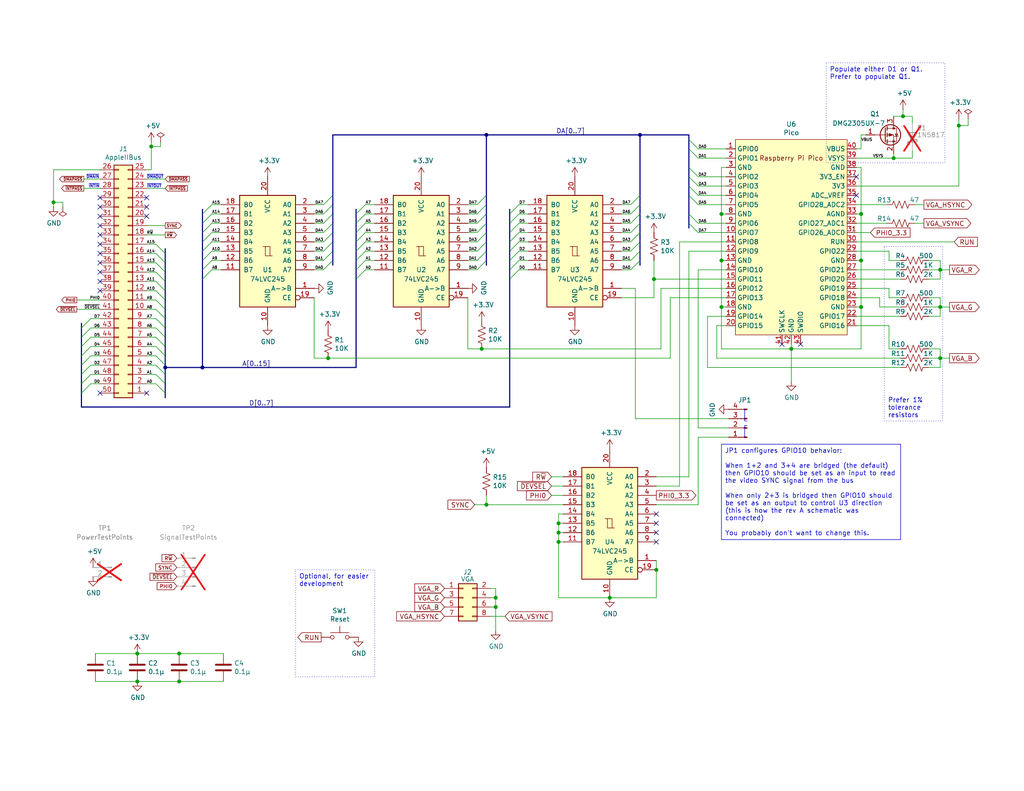
<source format=kicad_sch>
(kicad_sch (version 20231120) (generator "eeschema") (generator_version "8.0")
  (paper "USLetter")
  (title_block (title "Apple II VGA Card") (date "2023-09-09") (rev "B") (comment 1 "Licensed under CERN-OHL-P V2.0 (https://ohwr.org/cern_ohl_p_v2.txt)") (comment 2 "Copyright (c) 2021-2023 Mark Aikens"))
  (junction (at 179.07 155.575))
  (junction (at 48.895 178.435))
  (junction (at 132.715 36.83))
  (junction (at 48.895 186.055))
  (junction (at 135.255 165.735))
  (junction (at 55.245 100.33))
  (junction (at 14.605 55.245))
  (junction (at 166.37 163.195))
  (junction (at 41.275 40.005))
  (junction (at 243.84 43.18))
  (junction (at 196.85 58.42))
  (junction (at 45.085 100.33))
  (junction (at 152.4 142.875))
  (junction (at 256.54 83.82))
  (junction (at 196.85 83.82))
  (junction (at 132.715 137.795))
  (junction (at 152.4 147.955))
  (junction (at 196.85 71.12))
  (junction (at 261.62 34.29))
  (junction (at 246.38 31.75))
  (junction (at 234.95 71.12))
  (junction (at 178.435 76.2))
  (junction (at 234.95 58.42))
  (junction (at 89.535 97.79))
  (junction (at 215.9 95.25))
  (junction (at 174.625 36.83))
  (junction (at 37.465 178.435))
  (junction (at 131.445 95.25))
  (junction (at 256.54 73.66))
  (junction (at 234.95 83.82))
  (junction (at 135.255 163.195))
  (junction (at 37.465 186.055))
  (junction (at 152.4 145.415))
  (junction (at 256.54 97.79))
  (no_connect (at 27.305 59.055))
  (no_connect (at 27.305 69.215))
  (no_connect (at 233.68 48.26))
  (no_connect (at 218.44 93.98))
  (no_connect (at 233.68 53.34))
  (no_connect (at 27.305 71.755))
  (no_connect (at 27.305 61.595))
  (no_connect (at 40.005 107.315))
  (no_connect (at 27.305 79.375))
  (no_connect (at 213.36 93.98))
  (no_connect (at 40.005 59.055))
  (no_connect (at 40.005 56.515))
  (no_connect (at 179.07 147.955))
  (no_connect (at 40.005 53.975))
  (no_connect (at 27.305 76.835))
  (no_connect (at 179.07 140.335))
  (no_connect (at 27.305 56.515))
  (no_connect (at 179.07 145.415))
  (no_connect (at 27.305 107.315))
  (no_connect (at 27.305 64.135))
  (no_connect (at 179.07 142.875))
  (no_connect (at 27.305 74.295))
  (no_connect (at 27.305 53.975))
  (no_connect (at 27.305 66.675))
  (bus_entry (at 190.5 63.5) (size -2.54 -2.54))
  (bus_entry (at 139.065 63.5) (size 2.54 -2.54))
  (bus_entry (at 55.245 68.58) (size 2.54 -2.54))
  (bus_entry (at 97.155 66.04) (size 2.54 -2.54))
  (bus_entry (at 97.155 68.58) (size 2.54 -2.54))
  (bus_entry (at 22.225 94.615) (size 2.54 -2.54))
  (bus_entry (at 42.545 102.235) (size 2.54 2.54))
  (bus_entry (at 22.225 102.235) (size 2.54 -2.54))
  (bus_entry (at 190.5 48.26) (size -2.54 -2.54))
  (bus_entry (at 139.065 71.12) (size 2.54 -2.54))
  (bus_entry (at 88.265 55.88) (size 2.54 -2.54))
  (bus_entry (at 130.175 55.88) (size 2.54 -2.54))
  (bus_entry (at 55.245 63.5) (size 2.54 -2.54))
  (bus_entry (at 130.175 63.5) (size 2.54 -2.54))
  (bus_entry (at 42.545 74.295) (size 2.54 2.54))
  (bus_entry (at 97.155 58.42) (size 2.54 -2.54))
  (bus_entry (at 42.545 104.775) (size 2.54 2.54))
  (bus_entry (at 190.5 40.64) (size -2.54 -2.54))
  (bus_entry (at 42.545 81.915) (size 2.54 2.54))
  (bus_entry (at 190.5 55.88) (size -2.54 -2.54))
  (bus_entry (at 42.545 84.455) (size 2.54 2.54))
  (bus_entry (at 139.065 66.04) (size 2.54 -2.54))
  (bus_entry (at 130.175 68.58) (size 2.54 -2.54))
  (bus_entry (at 22.225 107.315) (size 2.54 -2.54))
  (bus_entry (at 97.155 73.66) (size 2.54 -2.54))
  (bus_entry (at 190.5 43.18) (size -2.54 -2.54))
  (bus_entry (at 130.175 71.12) (size 2.54 -2.54))
  (bus_entry (at 55.245 71.12) (size 2.54 -2.54))
  (bus_entry (at 88.265 63.5) (size 2.54 -2.54))
  (bus_entry (at 97.155 71.12) (size 2.54 -2.54))
  (bus_entry (at 172.085 58.42) (size 2.54 -2.54))
  (bus_entry (at 172.085 68.58) (size 2.54 -2.54))
  (bus_entry (at 22.225 92.075) (size 2.54 -2.54))
  (bus_entry (at 139.065 76.2) (size 2.54 -2.54))
  (bus_entry (at 42.545 71.755) (size 2.54 2.54))
  (bus_entry (at 97.155 63.5) (size 2.54 -2.54))
  (bus_entry (at 172.085 66.04) (size 2.54 -2.54))
  (bus_entry (at 88.265 60.96) (size 2.54 -2.54))
  (bus_entry (at 190.5 50.8) (size -2.54 -2.54))
  (bus_entry (at 42.545 69.215) (size 2.54 2.54))
  (bus_entry (at 42.545 89.535) (size 2.54 2.54))
  (bus_entry (at 172.085 60.96) (size 2.54 -2.54))
  (bus_entry (at 42.545 97.155) (size 2.54 2.54))
  (bus_entry (at 130.175 73.66) (size 2.54 -2.54))
  (bus_entry (at 42.545 66.675) (size 2.54 2.54))
  (bus_entry (at 42.545 76.835) (size 2.54 2.54))
  (bus_entry (at 42.545 99.695) (size 2.54 2.54))
  (bus_entry (at 130.175 60.96) (size 2.54 -2.54))
  (bus_entry (at 139.065 68.58) (size 2.54 -2.54))
  (bus_entry (at 139.065 58.42) (size 2.54 -2.54))
  (bus_entry (at 22.225 99.695) (size 2.54 -2.54))
  (bus_entry (at 42.545 79.375) (size 2.54 2.54))
  (bus_entry (at 88.265 68.58) (size 2.54 -2.54))
  (bus_entry (at 139.065 60.96) (size 2.54 -2.54))
  (bus_entry (at 88.265 58.42) (size 2.54 -2.54))
  (bus_entry (at 42.545 86.995) (size 2.54 2.54))
  (bus_entry (at 55.245 73.66) (size 2.54 -2.54))
  (bus_entry (at 172.085 71.12) (size 2.54 -2.54))
  (bus_entry (at 97.155 60.96) (size 2.54 -2.54))
  (bus_entry (at 88.265 71.12) (size 2.54 -2.54))
  (bus_entry (at 190.5 60.96) (size -2.54 -2.54))
  (bus_entry (at 190.5 53.34) (size -2.54 -2.54))
  (bus_entry (at 42.545 92.075) (size 2.54 2.54))
  (bus_entry (at 88.265 66.04) (size 2.54 -2.54))
  (bus_entry (at 55.245 66.04) (size 2.54 -2.54))
  (bus_entry (at 22.225 104.775) (size 2.54 -2.54))
  (bus_entry (at 172.085 55.88) (size 2.54 -2.54))
  (bus_entry (at 97.155 76.2) (size 2.54 -2.54))
  (bus_entry (at 88.265 73.66) (size 2.54 -2.54))
  (bus_entry (at 172.085 73.66) (size 2.54 -2.54))
  (bus_entry (at 130.175 58.42) (size 2.54 -2.54))
  (bus_entry (at 139.065 73.66) (size 2.54 -2.54))
  (bus_entry (at 130.175 66.04) (size 2.54 -2.54))
  (bus_entry (at 172.085 63.5) (size 2.54 -2.54))
  (bus_entry (at 55.245 76.2) (size 2.54 -2.54))
  (bus_entry (at 55.245 60.96) (size 2.54 -2.54))
  (bus_entry (at 55.245 58.42) (size 2.54 -2.54))
  (bus_entry (at 22.225 89.535) (size 2.54 -2.54))
  (bus_entry (at 42.545 94.615) (size 2.54 2.54))
  (bus_entry (at 22.225 97.155) (size 2.54 -2.54))
  (bus (pts (xy 45.085 94.615) (xy 45.085 97.155)))
  (wire (pts (xy 42.545 66.675) (xy 40.005 66.675)))
  (wire (pts (xy 234.95 83.82) (xy 234.95 71.12)))
  (wire (pts (xy 42.545 81.915) (xy 40.005 81.915)))
  (bus (pts (xy 187.96 36.83) (xy 187.96 38.1)))
  (wire (pts (xy 253.365 81.28) (xy 256.54 81.28)))
  (bus (pts (xy 97.155 63.5) (xy 97.155 66.04)))
  (wire (pts (xy 152.4 140.335) (xy 152.4 142.875)))
  (wire (pts (xy 26.035 178.435) (xy 37.465 178.435)))
  (wire (pts (xy 57.785 68.58) (xy 60.325 68.58)))
  (wire (pts (xy 152.4 140.335) (xy 153.67 140.335)))
  (bus (pts (xy 139.065 66.04) (xy 139.065 68.58)))
  (wire (pts (xy 24.765 104.775) (xy 27.305 104.775)))
  (wire (pts (xy 256.54 81.28) (xy 256.54 83.82)))
  (bus (pts (xy 90.805 36.83) (xy 132.715 36.83)))
  (wire (pts (xy 42.545 92.075) (xy 40.005 92.075)))
  (wire (pts (xy 233.68 73.66) (xy 245.745 73.66)))
  (wire (pts (xy 152.4 142.875) (xy 152.4 145.415)))
  (wire (pts (xy 256.54 83.82) (xy 253.365 83.82)))
  (wire (pts (xy 14.605 46.355) (xy 14.605 55.245)))
  (wire (pts (xy 259.08 73.66) (xy 256.54 73.66)))
  (bus (pts (xy 187.96 58.42) (xy 187.96 60.96)))
  (bus (pts (xy 139.065 76.2) (xy 139.065 111.125)))
  (bus (pts (xy 132.715 63.5) (xy 132.715 66.04)))
  (wire (pts (xy 234.95 71.12) (xy 233.68 71.12)))
  (wire (pts (xy 234.95 40.64) (xy 233.68 40.64)))
  (wire (pts (xy 144.145 71.12) (xy 141.605 71.12)))
  (wire (pts (xy 41.275 40.005) (xy 43.815 40.005)))
  (wire (pts (xy 132.715 137.795) (xy 129.54 137.795)))
  (wire (pts (xy 196.85 95.25) (xy 196.85 83.82)))
  (wire (pts (xy 245.745 81.28) (xy 242.57 81.28)))
  (wire (pts (xy 152.4 163.195) (xy 166.37 163.195)))
  (wire (pts (xy 152.4 147.955) (xy 153.67 147.955)))
  (wire (pts (xy 243.84 41.91) (xy 243.84 43.18)))
  (wire (pts (xy 169.545 81.28) (xy 178.435 81.28)))
  (wire (pts (xy 42.545 84.455) (xy 40.005 84.455)))
  (bus (pts (xy 45.085 97.155) (xy 45.085 99.695)))
  (wire (pts (xy 195.58 88.9) (xy 198.12 88.9)))
  (wire (pts (xy 173.355 114.3) (xy 198.755 114.3)))
  (wire (pts (xy 190.5 63.5) (xy 198.12 63.5)))
  (wire (pts (xy 88.265 73.66) (xy 85.725 73.66)))
  (wire (pts (xy 233.68 76.2) (xy 245.745 76.2)))
  (wire (pts (xy 196.85 83.82) (xy 196.85 71.12)))
  (wire (pts (xy 102.235 71.12) (xy 99.695 71.12)))
  (wire (pts (xy 132.715 135.255) (xy 132.715 137.795)))
  (bus (pts (xy 139.065 71.12) (xy 139.065 73.66)))
  (wire (pts (xy 242.57 71.12) (xy 242.57 68.58)))
  (wire (pts (xy 144.145 58.42) (xy 141.605 58.42)))
  (wire (pts (xy 14.605 46.355) (xy 27.305 46.355)))
  (bus (pts (xy 187.96 50.8) (xy 187.96 53.34)))
  (bus (pts (xy 45.085 100.33) (xy 45.085 102.235)))
  (wire (pts (xy 144.145 55.88) (xy 141.605 55.88)))
  (wire (pts (xy 130.175 68.58) (xy 127.635 68.58)))
  (wire (pts (xy 252.095 55.88) (xy 249.555 55.88)))
  (wire (pts (xy 57.785 71.12) (xy 60.325 71.12)))
  (bus (pts (xy 45.085 104.775) (xy 45.085 107.315)))
  (wire (pts (xy 256.54 86.36) (xy 256.54 83.82)))
  (bus (pts (xy 187.96 40.64) (xy 187.96 45.72)))
  (wire (pts (xy 178.435 71.12) (xy 178.435 76.2)))
  (wire (pts (xy 131.445 95.25) (xy 180.34 95.25)))
  (wire (pts (xy 127.635 95.25) (xy 131.445 95.25)))
  (bus (pts (xy 132.715 66.04) (xy 132.715 68.58)))
  (bus (pts (xy 45.085 74.295) (xy 45.085 76.835)))
  (bus (pts (xy 174.625 36.83) (xy 187.96 36.83)))
  (wire (pts (xy 57.785 63.5) (xy 60.325 63.5)))
  (wire (pts (xy 190.5 119.38) (xy 190.5 137.795)))
  (wire (pts (xy 85.725 71.12) (xy 88.265 71.12)))
  (bus (pts (xy 45.085 76.835) (xy 45.085 79.375)))
  (wire (pts (xy 187.96 68.58) (xy 198.12 68.58)))
  (wire (pts (xy 179.07 153.035) (xy 179.07 155.575)))
  (bus (pts (xy 187.96 53.34) (xy 187.96 58.42)))
  (wire (pts (xy 261.62 34.29) (xy 261.62 32.385)))
  (wire (pts (xy 150.495 135.255) (xy 153.67 135.255)))
  (bus (pts (xy 132.715 36.83) (xy 174.625 36.83)))
  (wire (pts (xy 42.545 94.615) (xy 40.005 94.615)))
  (wire (pts (xy 190.5 60.96) (xy 198.12 60.96)))
  (wire (pts (xy 242.57 95.25) (xy 245.745 95.25)))
  (wire (pts (xy 57.785 73.66) (xy 60.325 73.66)))
  (wire (pts (xy 102.235 58.42) (xy 99.695 58.42)))
  (wire (pts (xy 259.08 97.79) (xy 256.54 97.79)))
  (bus (pts (xy 22.225 111.125) (xy 139.065 111.125)))
  (wire (pts (xy 144.145 68.58) (xy 141.605 68.58)))
  (wire (pts (xy 240.03 81.28) (xy 233.68 81.28)))
  (wire (pts (xy 256.54 97.79) (xy 253.365 97.79)))
  (wire (pts (xy 42.545 89.535) (xy 40.005 89.535)))
  (wire (pts (xy 196.85 58.42) (xy 198.12 58.42)))
  (wire (pts (xy 172.085 66.04) (xy 169.545 66.04)))
  (bus (pts (xy 55.245 68.58) (xy 55.245 71.12)))
  (bus (pts (xy 45.085 79.375) (xy 45.085 81.915)))
  (wire (pts (xy 102.235 60.96) (xy 99.695 60.96)))
  (wire (pts (xy 27.305 81.915) (xy 20.955 81.915)))
  (wire (pts (xy 57.785 60.96) (xy 60.325 60.96)))
  (wire (pts (xy 253.365 76.2) (xy 256.54 76.2)))
  (wire (pts (xy 198.12 50.8) (xy 190.5 50.8)))
  (wire (pts (xy 253.365 100.33) (xy 256.54 100.33)))
  (wire (pts (xy 190.5 53.34) (xy 198.12 53.34)))
  (bus (pts (xy 174.625 63.5) (xy 174.625 66.04)))
  (wire (pts (xy 127.635 81.28) (xy 127.635 95.25)))
  (wire (pts (xy 172.085 71.12) (xy 169.545 71.12)))
  (bus (pts (xy 90.805 55.88) (xy 90.805 58.42)))
  (wire (pts (xy 152.4 142.875) (xy 153.67 142.875)))
  (wire (pts (xy 88.265 55.88) (xy 85.725 55.88)))
  (wire (pts (xy 135.255 165.735) (xy 133.985 165.735)))
  (wire (pts (xy 190.5 55.88) (xy 198.12 55.88)))
  (wire (pts (xy 40.005 48.895) (xy 45.085 48.895)))
  (wire (pts (xy 193.04 86.36) (xy 198.12 86.36)))
  (wire (pts (xy 233.68 50.8) (xy 261.62 50.8)))
  (wire (pts (xy 88.265 66.04) (xy 85.725 66.04)))
  (bus (pts (xy 90.805 53.34) (xy 90.805 55.88)))
  (wire (pts (xy 172.085 58.42) (xy 169.545 58.42)))
  (bus (pts (xy 97.155 68.58) (xy 97.155 71.12)))
  (bus (pts (xy 90.805 66.04) (xy 90.805 68.58)))
  (wire (pts (xy 150.495 132.715) (xy 153.67 132.715)))
  (wire (pts (xy 169.545 73.66) (xy 172.085 73.66)))
  (bus (pts (xy 45.085 99.695) (xy 45.085 100.33)))
  (wire (pts (xy 195.58 97.79) (xy 245.745 97.79)))
  (wire (pts (xy 234.95 36.83) (xy 234.95 40.64)))
  (bus (pts (xy 45.085 89.535) (xy 45.085 92.075)))
  (wire (pts (xy 40.005 46.355) (xy 41.275 46.355)))
  (wire (pts (xy 88.265 63.5) (xy 85.725 63.5)))
  (wire (pts (xy 215.9 95.25) (xy 234.95 95.25)))
  (wire (pts (xy 193.04 100.33) (xy 245.745 100.33)))
  (wire (pts (xy 130.175 71.12) (xy 127.635 71.12)))
  (bus (pts (xy 45.085 84.455) (xy 45.085 86.995)))
  (bus (pts (xy 174.625 55.88) (xy 174.625 58.42)))
  (bus (pts (xy 132.715 36.83) (xy 132.715 53.34)))
  (wire (pts (xy 102.235 55.88) (xy 99.695 55.88)))
  (bus (pts (xy 55.245 100.33) (xy 97.155 100.33)))
  (bus (pts (xy 187.96 48.26) (xy 187.96 50.8)))
  (wire (pts (xy 190.5 119.38) (xy 198.755 119.38)))
  (bus (pts (xy 45.085 92.075) (xy 45.085 94.615)))
  (wire (pts (xy 196.85 71.12) (xy 196.85 58.42)))
  (wire (pts (xy 144.145 66.04) (xy 141.605 66.04)))
  (wire (pts (xy 43.815 40.005) (xy 43.815 38.735)))
  (wire (pts (xy 182.88 81.28) (xy 198.12 81.28)))
  (wire (pts (xy 57.785 55.88) (xy 60.325 55.88)))
  (bus (pts (xy 97.155 58.42) (xy 97.155 60.96)))
  (wire (pts (xy 135.255 160.655) (xy 135.255 163.195)))
  (polyline (pts (xy 203.2 111.76) (xy 203.2 114.935)))
  (wire (pts (xy 130.175 73.66) (xy 127.635 73.66)))
  (wire (pts (xy 102.235 66.04) (xy 99.695 66.04)))
  (wire (pts (xy 102.235 63.5) (xy 99.695 63.5)))
  (bus (pts (xy 139.065 57.15) (xy 139.065 58.42)))
  (bus (pts (xy 22.225 99.695) (xy 22.225 102.235)))
  (wire (pts (xy 253.365 86.36) (xy 256.54 86.36)))
  (wire (pts (xy 41.275 46.355) (xy 41.275 40.005)))
  (bus (pts (xy 139.065 58.42) (xy 139.065 60.96)))
  (wire (pts (xy 88.265 60.96) (xy 85.725 60.96)))
  (wire (pts (xy 246.38 29.845) (xy 246.38 31.75)))
  (wire (pts (xy 240.03 83.82) (xy 245.745 83.82)))
  (wire (pts (xy 135.255 163.195) (xy 135.255 165.735)))
  (wire (pts (xy 242.57 88.9) (xy 242.57 95.25)))
  (wire (pts (xy 264.16 32.385) (xy 264.16 34.29)))
  (bus (pts (xy 45.085 67.945) (xy 45.085 69.215)))
  (wire (pts (xy 135.255 163.195) (xy 133.985 163.195)))
  (wire (pts (xy 48.895 186.055) (xy 37.465 186.055)))
  (bus (pts (xy 132.715 58.42) (xy 132.715 60.96)))
  (wire (pts (xy 187.96 68.58) (xy 187.96 130.175)))
  (bus (pts (xy 97.155 57.15) (xy 97.155 58.42)))
  (wire (pts (xy 242.57 78.74) (xy 233.68 78.74)))
  (bus (pts (xy 187.96 60.96) (xy 187.96 62.23)))
  (wire (pts (xy 242.57 81.28) (xy 242.57 78.74)))
  (wire (pts (xy 130.175 63.5) (xy 127.635 63.5)))
  (wire (pts (xy 256.54 95.25) (xy 256.54 97.79)))
  (wire (pts (xy 196.85 58.42) (xy 196.85 45.72)))
  (wire (pts (xy 215.9 95.25) (xy 215.9 93.98)))
  (wire (pts (xy 152.4 145.415) (xy 153.67 145.415)))
  (wire (pts (xy 242.57 68.58) (xy 233.68 68.58)))
  (wire (pts (xy 179.07 132.715) (xy 185.42 132.715)))
  (wire (pts (xy 234.95 45.72) (xy 233.68 45.72)))
  (wire (pts (xy 133.985 168.275) (xy 137.795 168.275)))
  (wire (pts (xy 24.765 86.995) (xy 27.305 86.995)))
  (wire (pts (xy 40.005 61.595) (xy 45.085 61.595)))
  (wire (pts (xy 144.145 63.5) (xy 141.605 63.5)))
  (wire (pts (xy 130.175 66.04) (xy 127.635 66.04)))
  (wire (pts (xy 234.95 36.83) (xy 236.22 36.83)))
  (bus (pts (xy 97.155 60.96) (xy 97.155 63.5)))
  (wire (pts (xy 178.435 76.2) (xy 178.435 81.28)))
  (bus (pts (xy 45.085 102.235) (xy 45.085 104.775)))
  (bus (pts (xy 174.625 58.42) (xy 174.625 60.96)))
  (wire (pts (xy 17.145 55.245) (xy 14.605 55.245)))
  (wire (pts (xy 57.785 66.04) (xy 60.325 66.04)))
  (wire (pts (xy 242.57 88.9) (xy 233.68 88.9)))
  (bus (pts (xy 139.065 73.66) (xy 139.065 76.2)))
  (wire (pts (xy 193.04 100.33) (xy 193.04 86.36)))
  (bus (pts (xy 139.065 68.58) (xy 139.065 71.12)))
  (wire (pts (xy 246.38 31.75) (xy 248.92 31.75)))
  (bus (pts (xy 139.065 60.96) (xy 139.065 63.5)))
  (wire (pts (xy 17.145 56.515) (xy 17.145 55.245)))
  (wire (pts (xy 40.005 51.435) (xy 45.085 51.435)))
  (wire (pts (xy 27.305 48.895) (xy 22.86 48.895)))
  (bus (pts (xy 22.225 97.155) (xy 22.225 99.695)))
  (wire (pts (xy 259.08 83.82) (xy 256.54 83.82)))
  (bus (pts (xy 45.085 69.215) (xy 45.085 71.755)))
  (wire (pts (xy 243.84 43.18) (xy 248.92 43.18)))
  (bus (pts (xy 187.96 45.72) (xy 187.96 48.26)))
  (wire (pts (xy 196.85 45.72) (xy 198.12 45.72)))
  (bus (pts (xy 97.155 66.04) (xy 97.155 68.58)))
  (wire (pts (xy 152.4 147.955) (xy 152.4 163.195)))
  (wire (pts (xy 24.765 94.615) (xy 27.305 94.615)))
  (wire (pts (xy 185.42 66.04) (xy 185.42 132.715)))
  (bus (pts (xy 45.085 100.33) (xy 55.245 100.33)))
  (wire (pts (xy 37.465 186.055) (xy 26.035 186.055)))
  (wire (pts (xy 45.085 64.135) (xy 40.005 64.135)))
  (wire (pts (xy 179.07 155.575) (xy 179.07 163.195)))
  (wire (pts (xy 20.955 84.455) (xy 27.305 84.455)))
  (wire (pts (xy 88.265 68.58) (xy 85.725 68.58)))
  (wire (pts (xy 242.57 71.12) (xy 245.745 71.12)))
  (bus (pts (xy 90.805 60.96) (xy 90.805 63.5)))
  (wire (pts (xy 243.84 31.75) (xy 246.38 31.75)))
  (bus (pts (xy 22.225 107.315) (xy 22.225 111.125)))
  (bus (pts (xy 22.225 94.615) (xy 22.225 97.155)))
  (wire (pts (xy 48.895 178.435) (xy 60.96 178.435)))
  (wire (pts (xy 234.95 58.42) (xy 234.95 45.72)))
  (wire (pts (xy 89.535 97.79) (xy 182.88 97.79)))
  (wire (pts (xy 173.355 78.74) (xy 169.545 78.74)))
  (wire (pts (xy 42.545 104.775) (xy 40.005 104.775)))
  (wire (pts (xy 42.545 76.835) (xy 40.005 76.835)))
  (wire (pts (xy 241.935 60.96) (xy 233.68 60.96)))
  (wire (pts (xy 57.785 58.42) (xy 60.325 58.42)))
  (wire (pts (xy 42.545 99.695) (xy 40.005 99.695)))
  (polyline (pts (xy 203.835 114.935) (xy 203.2 114.935)))
  (bus (pts (xy 90.805 68.58) (xy 90.805 71.12)))
  (wire (pts (xy 42.545 86.995) (xy 40.005 86.995)))
  (wire (pts (xy 253.365 71.12) (xy 256.54 71.12)))
  (wire (pts (xy 130.175 55.88) (xy 127.635 55.88)))
  (bus (pts (xy 132.715 60.96) (xy 132.715 63.5)))
  (wire (pts (xy 256.54 73.66) (xy 253.365 73.66)))
  (wire (pts (xy 42.545 79.375) (xy 40.005 79.375)))
  (wire (pts (xy 42.545 69.215) (xy 40.005 69.215)))
  (wire (pts (xy 234.95 83.82) (xy 233.68 83.82)))
  (bus (pts (xy 55.245 66.04) (xy 55.245 68.58)))
  (bus (pts (xy 90.805 71.12) (xy 90.805 72.39)))
  (bus (pts (xy 55.245 76.2) (xy 55.245 100.33)))
  (wire (pts (xy 133.985 160.655) (xy 135.255 160.655)))
  (wire (pts (xy 233.68 86.36) (xy 245.745 86.36)))
  (bus (pts (xy 45.085 86.995) (xy 45.085 89.535)))
  (wire (pts (xy 180.34 78.74) (xy 198.12 78.74)))
  (bus (pts (xy 55.245 60.96) (xy 55.245 63.5)))
  (bus (pts (xy 22.225 102.235) (xy 22.225 104.775)))
  (wire (pts (xy 173.355 78.74) (xy 173.355 114.3)))
  (wire (pts (xy 150.495 130.175) (xy 153.67 130.175)))
  (wire (pts (xy 240.03 83.82) (xy 240.03 81.28)))
  (bus (pts (xy 45.085 107.315) (xy 45.085 108.585)))
  (wire (pts (xy 144.145 73.66) (xy 141.605 73.66)))
  (wire (pts (xy 190.5 137.795) (xy 179.07 137.795)))
  (wire (pts (xy 144.145 60.96) (xy 141.605 60.96)))
  (wire (pts (xy 234.95 95.25) (xy 234.95 83.82)))
  (polyline (pts (xy 203.2 119.38) (xy 203.2 116.205)))
  (polyline (pts (xy 203.835 116.205) (xy 203.2 116.205)))
  (bus (pts (xy 132.715 71.12) (xy 132.715 72.39)))
  (bus (pts (xy 174.625 53.34) (xy 174.625 55.88)))
  (wire (pts (xy 237.49 63.5) (xy 233.68 63.5)))
  (bus (pts (xy 45.085 71.755) (xy 45.085 74.295)))
  (bus (pts (xy 55.245 57.15) (xy 55.245 58.42)))
  (wire (pts (xy 24.765 102.235) (xy 27.305 102.235)))
  (wire (pts (xy 264.16 34.29) (xy 261.62 34.29)))
  (wire (pts (xy 42.545 71.755) (xy 40.005 71.755)))
  (bus (pts (xy 174.625 68.58) (xy 174.625 71.12)))
  (bus (pts (xy 45.085 81.915) (xy 45.085 84.455)))
  (bus (pts (xy 22.225 88.265) (xy 22.225 89.535)))
  (wire (pts (xy 233.68 66.04) (xy 260.35 66.04)))
  (wire (pts (xy 248.92 43.18) (xy 248.92 41.275)))
  (wire (pts (xy 190.5 116.84) (xy 198.755 116.84)))
  (wire (pts (xy 256.54 76.2) (xy 256.54 73.66)))
  (wire (pts (xy 248.92 31.75) (xy 248.92 33.655)))
  (wire (pts (xy 166.37 163.195) (xy 179.07 163.195)))
  (wire (pts (xy 185.42 66.04) (xy 198.12 66.04)))
  (wire (pts (xy 85.725 81.28) (xy 85.725 97.79)))
  (wire (pts (xy 88.265 58.42) (xy 85.725 58.42)))
  (bus (pts (xy 97.155 71.12) (xy 97.155 73.66)))
  (wire (pts (xy 132.715 137.795) (xy 153.67 137.795)))
  (wire (pts (xy 172.085 63.5) (xy 169.545 63.5)))
  (wire (pts (xy 190.5 73.66) (xy 190.5 116.84)))
  (bus (pts (xy 90.805 58.42) (xy 90.805 60.96)))
  (bus (pts (xy 90.805 36.83) (xy 90.805 53.34)))
  (bus (pts (xy 55.245 58.42) (xy 55.245 60.96)))
  (bus (pts (xy 22.225 89.535) (xy 22.225 92.075)))
  (wire (pts (xy 85.725 97.79) (xy 89.535 97.79)))
  (bus (pts (xy 97.155 76.2) (xy 97.155 100.33)))
  (bus (pts (xy 22.225 92.075) (xy 22.225 94.615)))
  (wire (pts (xy 172.085 68.58) (xy 169.545 68.58)))
  (wire (pts (xy 130.175 58.42) (xy 127.635 58.42)))
  (wire (pts (xy 233.68 43.18) (xy 243.84 43.18)))
  (bus (pts (xy 97.155 73.66) (xy 97.155 76.2)))
  (wire (pts (xy 41.275 40.005) (xy 41.275 38.735)))
  (wire (pts (xy 190.5 43.18) (xy 198.12 43.18)))
  (wire (pts (xy 130.175 60.96) (xy 127.635 60.96)))
  (wire (pts (xy 234.95 71.12) (xy 234.95 58.42)))
  (bus (pts (xy 55.245 63.5) (xy 55.245 66.04)))
  (bus (pts (xy 55.245 73.66) (xy 55.245 76.2)))
  (wire (pts (xy 241.935 55.88) (xy 233.68 55.88)))
  (bus (pts (xy 55.245 71.12) (xy 55.245 73.66)))
  (wire (pts (xy 24.765 89.535) (xy 27.305 89.535)))
  (wire (pts (xy 172.085 60.96) (xy 169.545 60.96)))
  (wire (pts (xy 172.085 55.88) (xy 169.545 55.88)))
  (wire (pts (xy 196.85 83.82) (xy 198.12 83.82)))
  (bus (pts (xy 139.065 63.5) (xy 139.065 66.04)))
  (wire (pts (xy 180.34 95.25) (xy 180.34 78.74)))
  (wire (pts (xy 253.365 95.25) (xy 256.54 95.25)))
  (wire (pts (xy 252.095 60.96) (xy 249.555 60.96)))
  (wire (pts (xy 179.07 130.175) (xy 187.96 130.175)))
  (wire (pts (xy 198.12 73.66) (xy 190.5 73.66)))
  (bus (pts (xy 22.225 104.775) (xy 22.225 107.315)))
  (wire (pts (xy 42.545 102.235) (xy 40.005 102.235)))
  (bus (pts (xy 132.715 55.88) (xy 132.715 58.42)))
  (wire (pts (xy 190.5 48.26) (xy 198.12 48.26)))
  (wire (pts (xy 24.765 97.155) (xy 27.305 97.155)))
  (bus (pts (xy 174.625 60.96) (xy 174.625 63.5)))
  (wire (pts (xy 196.85 71.12) (xy 198.12 71.12)))
  (bus (pts (xy 132.715 68.58) (xy 132.715 71.12)))
  (wire (pts (xy 178.435 76.2) (xy 198.12 76.2)))
  (wire (pts (xy 24.765 99.695) (xy 27.305 99.695)))
  (wire (pts (xy 42.545 97.155) (xy 40.005 97.155)))
  (wire (pts (xy 234.95 58.42) (xy 233.68 58.42)))
  (bus (pts (xy 187.96 38.1) (xy 187.96 40.64)))
  (wire (pts (xy 48.895 186.055) (xy 60.96 186.055)))
  (bus (pts (xy 90.805 63.5) (xy 90.805 66.04)))
  (wire (pts (xy 152.4 145.415) (xy 152.4 147.955)))
  (bus (pts (xy 174.625 66.04) (xy 174.625 68.58)))
  (wire (pts (xy 102.235 68.58) (xy 99.695 68.58)))
  (wire (pts (xy 195.58 97.79) (xy 195.58 88.9)))
  (wire (pts (xy 24.765 92.075) (xy 27.305 92.075)))
  (bus (pts (xy 174.625 71.12) (xy 174.625 72.39)))
  (wire (pts (xy 215.9 104.14) (xy 215.9 95.25)))
  (wire (pts (xy 256.54 71.12) (xy 256.54 73.66)))
  (bus (pts (xy 174.625 36.83) (xy 174.625 53.34)))
  (wire (pts (xy 256.54 100.33) (xy 256.54 97.79)))
  (wire (pts (xy 37.465 178.435) (xy 48.895 178.435)))
  (wire (pts (xy 182.88 97.79) (xy 182.88 81.28)))
  (wire (pts (xy 22.86 51.435) (xy 27.305 51.435)))
  (bus (pts (xy 132.715 53.34) (xy 132.715 55.88)))
  (wire (pts (xy 14.605 55.245) (xy 14.605 56.515)))
  (wire (pts (xy 42.545 74.295) (xy 40.005 74.295)))
  (wire (pts (xy 261.62 50.8) (xy 261.62 34.29)))
  (wire (pts (xy 135.255 165.735) (xy 135.255 172.085)))
  (wire (pts (xy 196.85 95.25) (xy 215.9 95.25)))
  (wire (pts (xy 190.5 40.64) (xy 198.12 40.64)))
  (wire (pts (xy 102.235 73.66) (xy 99.695 73.66)))
  (text_box "Optional, for easier development" (at 80.645 155.575 0) (size 21.59 29.21) (stroke (width 0) (type dot)) (effects (font (size 1.27 1.27)) (justify left top)))
  (text_box "Populate either D1 or Q1. Prefer to populate Q1." (at 225.425 17.145 0) (size 32.385 27.305) (stroke (width 0) (type dot)) (effects (font (size 1.27 1.27)) (justify left top)))
  (text_box "JP1 configures GPIO10 behavior:\n\nWhen 1+2 and 3+4 are bridged (the default) then GPIO10 should be set as an input to read the video SYNC signal from the bus\n\nWhen only 2+3 is bridged then GPIO10 should be set as an output to control U3 direction (this is how the rev A schematic was connected)\n\nYou probably don't want to change this." (at 196.85 121.285 0) (size 48.895 26.035) (effects (font (size 1.27 1.27)) (justify left top)))
  (text_box "Prefer 1% tolerance resistors" (at 241.3 67.31 0) (size 15.875 47.625) (stroke (width 0) (type dot)) (effects (font (size 1.27 1.27)) (justify left bottom)))
  (text "~{DMAIN}" (at 23.495 48.895 0) (effects (font (size 0.762 0.762)) (justify left bottom)))
  (text "~{INTOUT}" (at 40.005 51.435 0) (effects (font (size 0.762 0.762)) (justify left bottom)))
  (text "~{DMAOUT}" (at 40.005 48.895 0) (effects (font (size 0.762 0.762)) (justify left bottom)))
  (text "~{INTIN}" (at 24.13 51.435 0) (effects (font (size 0.762 0.762)) (justify left bottom)))
  (label "D4" (at 141.605 63.5 0) (effects (font (size 0.762 0.762))))
  (label "DA7" (at 172.085 55.88 180) (effects (font (size 0.762 0.762))))
  (label "A0" (at 99.695 73.66 0) (effects (font (size 0.762 0.762))))
  (label "DA6" (at 130.175 58.42 180) (effects (font (size 0.762 0.762))))
  (label "PHI0" (at 27.305 81.915 180) (effects (font (size 0.762 0.762))))
  (label "D3" (at 141.605 66.04 0) (effects (font (size 0.762 0.762))))
  (label "A0" (at 40.005 104.775 0) (effects (font (size 0.762 0.762))))
  (label "DA1" (at 88.265 71.12 180) (effects (font (size 0.762 0.762))))
  (label "D1" (at 27.305 102.235 180) (effects (font (size 0.762 0.762))))
  (label "D5" (at 27.305 92.075 180) (effects (font (size 0.762 0.762))))
  (label "A13" (at 40.005 71.755 0) (effects (font (size 0.762 0.762))))
  (label "A1" (at 40.005 102.235 0) (effects (font (size 0.762 0.762))))
  (label "A11" (at 57.785 66.04 0) (effects (font (size 0.762 0.762))))
  (label "DA3" (at 190.5 50.8 0) (effects (font (size 0.762 0.762))))
  (label "A8" (at 40.005 84.455 0) (effects (font (size 0.762 0.762))))
  (label "A11" (at 40.005 76.835 0) (effects (font (size 0.762 0.762))))
  (label "D6" (at 141.605 58.42 0) (effects (font (size 0.762 0.762))))
  (label "A7" (at 99.695 55.88 0) (effects (font (size 0.762 0.762))))
  (label "A3" (at 40.005 97.155 0) (effects (font (size 0.762 0.762))))
  (label "A8" (at 57.785 73.66 0) (effects (font (size 0.762 0.762))))
  (label "A2" (at 99.695 68.58 0) (effects (font (size 0.762 0.762))))
  (label "DA5" (at 172.085 60.96 180) (effects (font (size 0.762 0.762))))
  (label "A[0..15]" (at 66.04 100.33 0))
  (label "DA7" (at 130.175 55.88 180) (effects (font (size 0.762 0.762))))
  (label "A15" (at 57.785 55.88 0) (effects (font (size 0.762 0.762))))
  (label "D0" (at 27.305 104.775 180) (effects (font (size 0.762 0.762))))
  (label "DA0" (at 172.085 73.66 180) (effects (font (size 0.762 0.762))))
  (label "VSYS" (at 238.125 43.18 0) (effects (font (size 0.75 0.75))))
  (label "A6" (at 40.005 89.535 0) (effects (font (size 0.762 0.762))))
  (label "D0" (at 141.605 73.66 0) (effects (font (size 0.762 0.762))))
  (label "DA0" (at 130.175 73.66 180) (effects (font (size 0.762 0.762))))
  (label "DA4" (at 88.265 63.5 180) (effects (font (size 0.762 0.762))))
  (label "D1" (at 141.605 71.12 0) (effects (font (size 0.762 0.762))))
  (label "A9" (at 57.785 71.12 0) (effects (font (size 0.762 0.762))))
  (label "D[0..7]" (at 67.945 111.125 0))
  (label "DA2" (at 190.5 48.26 0) (effects (font (size 0.762 0.762))))
  (label "A4" (at 40.005 94.615 0) (effects (font (size 0.762 0.762))))
  (label "A6" (at 99.695 58.42 0) (effects (font (size 0.762 0.762))))
  (label "DA0" (at 190.5 40.64 0) (effects (font (size 0.762 0.762))))
  (label "DA0" (at 88.265 73.66 180) (effects (font (size 0.762 0.762))))
  (label "D6" (at 27.305 89.535 180) (effects (font (size 0.762 0.762))))
  (label "A2" (at 40.005 99.695 0) (effects (font (size 0.762 0.762))))
  (label "DA2" (at 88.265 68.58 180) (effects (font (size 0.762 0.762))))
  (label "DA4" (at 130.175 63.5 180) (effects (font (size 0.762 0.762))))
  (label "D7" (at 27.305 86.995 180) (effects (font (size 0.762 0.762))))
  (label "DA4" (at 190.5 53.34 0) (effects (font (size 0.762 0.762))))
  (label "DA6" (at 172.085 58.42 180) (effects (font (size 0.762 0.762))))
  (label "A12" (at 40.005 74.295 0) (effects (font (size 0.762 0.762))))
  (label "DA1" (at 190.5 43.18 0) (effects (font (size 0.762 0.762))))
  (label "DA3" (at 130.175 66.04 180) (effects (font (size 0.762 0.762))))
  (label "A1" (at 99.695 71.12 0) (effects (font (size 0.762 0.762))))
  (label "A15" (at 40.005 66.675 0) (effects (font (size 0.762 0.762))))
  (label "DA3" (at 88.265 66.04 180) (effects (font (size 0.762 0.762))))
  (label "A14" (at 57.785 58.42 0) (effects (font (size 0.762 0.762))))
  (label "A5" (at 99.695 60.96 0) (effects (font (size 0.762 0.762))))
  (label "D4" (at 27.305 94.615 180) (effects (font (size 0.762 0.762))))
  (label "DA6" (at 190.5 60.96 0) (effects (font (size 0.762 0.762))))
  (label "D5" (at 141.605 60.96 0) (effects (font (size 0.762 0.762))))
  (label "A4" (at 99.695 63.5 0) (effects (font (size 0.762 0.762))))
  (label "A12" (at 57.785 63.5 0) (effects (font (size 0.762 0.762))))
  (label "R~{W}" (at 40.005 64.135 0) (effects (font (size 0.762 0.762))))
  (label "DA7" (at 88.265 55.88 180) (effects (font (size 0.762 0.762))))
  (label "A5" (at 40.005 92.075 0) (effects (font (size 0.762 0.762))))
  (label "D3" (at 27.305 97.155 180) (effects (font (size 0.762 0.762))))
  (label "A13" (at 57.785 60.96 0) (effects (font (size 0.762 0.762))))
  (label "D2" (at 141.605 68.58 0) (effects (font (size 0.762 0.762))))
  (label "~{DEVSEL}" (at 27.305 84.455 180) (effects (font (size 0.762 0.762))))
  (label "DA5" (at 88.265 60.96 180) (effects (font (size 0.762 0.762))))
  (label "DA5" (at 190.5 55.88 0) (effects (font (size 0.762 0.762))))
  (label "DA4" (at 172.085 63.5 180) (effects (font (size 0.762 0.762))))
  (label "A9" (at 40.005 81.915 0) (effects (font (size 0.762 0.762))))
  (label "DA5" (at 130.175 60.96 180) (effects (font (size 0.762 0.762))))
  (label "A10" (at 57.785 68.58 0) (effects (font (size 0.762 0.762))))
  (label "DA[0..7]" (at 151.765 36.83 0))
  (label "DA6" (at 88.265 58.42 180) (effects (font (size 0.762 0.762))))
  (label "DA1" (at 130.175 71.12 180) (effects (font (size 0.762 0.762))))
  (label "D7" (at 141.605 55.88 0) (effects (font (size 0.762 0.762))))
  (label "DA1" (at 172.085 71.12 180) (effects (font (size 0.762 0.762))))
  (label "DA2" (at 130.175 68.58 180) (effects (font (size 0.762 0.762))))
  (label "VBUS" (at 234.95 38.735 0) (effects (font (size 0.75 0.75))))
  (label "D2" (at 27.305 99.695 180) (effects (font (size 0.762 0.762))))
  (label "DA3" (at 172.085 66.04 180) (effects (font (size 0.762 0.762))))
  (label "DA2" (at 172.085 68.58 180) (effects (font (size 0.762 0.762))))
  (label "DA7" (at 190.5 63.5 0) (effects (font (size 0.762 0.762))))
  (label "A7" (at 40.005 86.995 0) (effects (font (size 0.762 0.762))))
  (label "A3" (at 99.695 66.04 0) (effects (font (size 0.762 0.762))))
  (label "A10" (at 40.005 79.375 0) (effects (font (size 0.762 0.762))))
  (label "A14" (at 40.005 69.215 0) (effects (font (size 0.762 0.762))))
  (global_label "RUN" (shape output) (at 87.63 173.99 180) (property "Intersheetrefs" "${INTERSHEET_REFS}" (effects (hide yes))))
  (global_label "~{DEVSEL}" (shape output) (at 20.955 84.455 180) (effects (font (size 0.762 0.762))) (property "Intersheetrefs" "${INTERSHEET_REFS}" (effects (hide yes))))
  (global_label "VGA_VSYNC" (shape input) (at 137.795 168.275 0) (property "Intersheetrefs" "${INTERSHEET_REFS}" (effects (hide yes))))
  (global_label "PHI0" (shape input) (at 150.495 135.255 180) (property "Intersheetrefs" "${INTERSHEET_REFS}" (effects (hide yes))))
  (global_label "VGA_R" (shape output) (at 259.08 73.66 0) (property "Intersheetrefs" "${INTERSHEET_REFS}" (effects (hide yes))))
  (global_label "R~{W}" (shape input) (at 48.26 152.4 180) (effects (font (size 1 1))) (property "Intersheetrefs" "${INTERSHEET_REFS}" (effects (hide yes))))
  (global_label "R~{W}" (shape output) (at 45.085 64.135 0) (effects (font (size 0.762 0.762))) (property "Intersheetrefs" "${INTERSHEET_REFS}" (effects (hide yes))))
  (global_label "~{INTPASS}" (shape output) (at 22.86 51.435 180) (effects (font (size 0.762 0.762))) (property "Intersheetrefs" "${INTERSHEET_REFS}" (effects (hide yes))))
  (global_label "PHI0" (shape input) (at 48.26 160.02 180) (effects (font (size 1 1))) (property "Intersheetrefs" "${INTERSHEET_REFS}" (effects (hide yes))))
  (global_label "RUN" (shape input) (at 260.35 66.04 0) (property "Intersheetrefs" "${INTERSHEET_REFS}" (effects (hide yes))))
  (global_label "VGA_HSYNC" (shape input) (at 121.285 168.275 180) (property "Intersheetrefs" "${INTERSHEET_REFS}" (effects (hide yes))))
  (global_label "~{INTPASS}" (shape input) (at 45.085 51.435 0) (effects (font (size 0.762 0.762))) (property "Intersheetrefs" "${INTERSHEET_REFS}" (effects (hide yes))))
  (global_label "VGA_VSYNC" (shape output) (at 252.095 60.96 0) (property "Intersheetrefs" "${INTERSHEET_REFS}" (effects (hide yes))))
  (global_label "SYNC" (shape input) (at 48.26 154.94 180) (effects (font (size 1 1))) (property "Intersheetrefs" "${INTERSHEET_REFS}" (effects (hide yes))))
  (global_label "VGA_R" (shape input) (at 121.285 160.655 180) (property "Intersheetrefs" "${INTERSHEET_REFS}" (effects (hide yes))))
  (global_label "~{DMAPASS}" (shape output) (at 22.86 48.895 180) (effects (font (size 0.762 0.762))) (property "Intersheetrefs" "${INTERSHEET_REFS}" (effects (hide yes))))
  (global_label "PHI0_3.3" (shape output) (at 179.07 135.255 0) (property "Intersheetrefs" "${INTERSHEET_REFS}" (effects (hide yes))))
  (global_label "R~{W}" (shape input) (at 150.495 130.175 180) (property "Intersheetrefs" "${INTERSHEET_REFS}" (effects (hide yes))))
  (global_label "SYNC" (shape output) (at 45.085 61.595 0) (effects (font (size 0.762 0.762))) (property "Intersheetrefs" "${INTERSHEET_REFS}" (effects (hide yes))))
  (global_label "PHI0" (shape output) (at 20.955 81.915 180) (effects (font (size 0.762 0.762))) (property "Intersheetrefs" "${INTERSHEET_REFS}" (effects (hide yes))))
  (global_label "VGA_B" (shape input) (at 121.285 165.735 180) (property "Intersheetrefs" "${INTERSHEET_REFS}" (effects (hide yes))))
  (global_label "~{DEVSEL}" (shape input) (at 48.26 157.48 180) (effects (font (size 1 1))) (property "Intersheetrefs" "${INTERSHEET_REFS}" (effects (hide yes))))
  (global_label "SYNC" (shape input) (at 129.54 137.795 180) (property "Intersheetrefs" "${INTERSHEET_REFS}" (effects (hide yes))))
  (global_label "~{DEVSEL}" (shape input) (at 150.495 132.715 180) (property "Intersheetrefs" "${INTERSHEET_REFS}" (effects (hide yes))))
  (global_label "~{DMAPASS}" (shape input) (at 45.085 48.895 0) (effects (font (size 0.762 0.762))) (property "Intersheetrefs" "${INTERSHEET_REFS}" (effects (hide yes))))
  (global_label "VGA_G" (shape input) (at 121.285 163.195 180) (property "Intersheetrefs" "${INTERSHEET_REFS}" (effects (hide yes))))
  (global_label "VGA_B" (shape output) (at 259.08 97.79 0) (property "Intersheetrefs" "${INTERSHEET_REFS}" (effects (hide yes))))
  (global_label "VGA_G" (shape output) (at 259.08 83.82 0) (property "Intersheetrefs" "${INTERSHEET_REFS}" (effects (hide yes))))
  (global_label "VGA_HSYNC" (shape output) (at 252.095 55.88 0) (property "Intersheetrefs" "${INTERSHEET_REFS}" (effects (hide yes))))
  (global_label "PHI0_3.3" (shape input) (at 237.49 63.5 0) (property "Intersheetrefs" "${INTERSHEET_REFS}" (effects (hide yes))))
  (symbol (lib_id "74xx:74LS245") (at 73.025 68.58 0) (mirror y) (unit 1)
    (property "Reference" "U1" (at 73.025 73.66 0))
    (property "Value" "74LVC245" (at 73.025 76.2 0))
    (property "Footprint" "Package_SO:SO-20_12.8x7.5mm_P1.27mm" (effects (hide yes)))
    (property "Datasheet" "https://www.ti.com/lit/ds/symlink/sn74lvc245a.pdf" (effects (hide yes)))
    (property "Mfr" "TI" (effects (hide yes)))
    (property "MfrNo" "SN74LVC245AN" (effects (hide yes)))
    (property "MouserNo" "595-SN74LVC245AN" (effects (hide yes)))
  )
  (symbol (lib_id "74xx:74LS245") (at 114.935 68.58 0) (mirror y) (unit 1)
    (property "Reference" "U2" (at 114.935 73.66 0))
    (property "Value" "74LVC245" (at 114.935 76.2 0))
    (property "Footprint" "Package_SO:SO-20_12.8x7.5mm_P1.27mm" (effects (hide yes)))
    (property "Datasheet" "https://www.ti.com/lit/ds/symlink/sn74lvc245a.pdf" (effects (hide yes)))
    (property "Mfr" "TI" (effects (hide yes)))
    (property "MfrNo" "SN74LVC245AN" (effects (hide yes)))
    (property "MouserNo" "595-SN74LVC245AN" (effects (hide yes)))
  )
  (symbol (lib_id "74xx:74LS245") (at 156.845 68.58 0) (mirror y) (unit 1)
    (property "Reference" "U3" (at 156.845 73.66 0))
    (property "Value" "74LVC245" (at 156.845 76.2 0))
    (property "Footprint" "Package_SO:SO-20_12.8x7.5mm_P1.27mm" (effects (hide yes)))
    (property "Datasheet" "https://www.ti.com/lit/ds/symlink/sn74lvc245a.pdf" (effects (hide yes)))
    (property "Mfr" "TI" (effects (hide yes)))
    (property "MfrNo" "SN74LVC245AN" (effects (hide yes)))
    (property "MouserNo" "595-SN74LVC245AN" (effects (hide yes)))
  )
  (symbol (lib_id "MCU_RaspberryPi_and_Boards:Pico") (at 215.9 64.77 0) (unit 1)
    (property "Reference" "U6" (at 215.9 33.909 0))
    (property "Value" "Pico" (at 215.9 36.2204 0))
    (property "Footprint" "MCU_RaspberryPi_and_Boards:RPi_Pico_SMD_TH" (effects (hide yes)))
  )
  (symbol (lib_id "power:+3.3V") (at 73.025 48.26 0) (unit 1)
    (property "Reference" "#PWR0104" (effects (hide yes)))
    (property "Value" "+3.3V" (at 73.406 43.8658 0))
    (property "Description" "Power symbol creates a global label with name \"+3.3V\"" (effects (hide yes)))
  )
  (symbol (lib_id "power:+3.3V") (at 114.935 48.26 0) (unit 1)
    (property "Reference" "#PWR0105" (effects (hide yes)))
    (property "Value" "+3.3V" (at 115.316 43.8658 0))
    (property "Description" "Power symbol creates a global label with name \"+3.3V\"" (effects (hide yes)))
  )
  (symbol (lib_id "power:+3.3V") (at 156.845 48.26 0) (unit 1)
    (property "Reference" "#PWR0106" (effects (hide yes)))
    (property "Value" "+3.3V" (at 157.226 43.8658 0))
    (property "Description" "Power symbol creates a global label with name \"+3.3V\"" (effects (hide yes)))
  )
  (symbol (lib_id "power:GND") (at 73.025 88.9 0) (unit 1)
    (property "Reference" "#PWR0107" (effects (hide yes)))
    (property "Value" "GND" (at 73.152 93.2942 0))
    (property "Description" "Power symbol creates a global label with name \"GND\" , ground" (effects (hide yes)))
  )
  (symbol (lib_id "power:GND") (at 114.935 88.9 0) (unit 1)
    (property "Reference" "#PWR0108" (effects (hide yes)))
    (property "Value" "GND" (at 115.062 93.2942 0))
    (property "Description" "Power symbol creates a global label with name \"GND\" , ground" (effects (hide yes)))
  )
  (symbol (lib_id "power:GND") (at 156.845 88.9 0) (unit 1)
    (property "Reference" "#PWR0109" (effects (hide yes)))
    (property "Value" "GND" (at 156.972 93.2942 0))
    (property "Description" "Power symbol creates a global label with name \"GND\" , ground" (effects (hide yes)))
  )
  (symbol (lib_id "Device:D_Schottky") (at 248.92 37.465 90) (unit 1) (dnp yes)
    (property "Reference" "D1" (at 251.46 34.925 90))
    (property "Value" "1N5817" (at 254 36.83 90))
    (property "Footprint" "Diode_SMD:D_SOD-123" (effects (hide yes)))
    (property "Datasheet" "https://www.mouser.com/datasheet/2/389/1n5817-1848842.pdf" (effects (hide yes)))
    (property "Mfr" "STMicroelectronics" (effects (hide yes)))
    (property "MfrNo" "1N5817" (effects (hide yes)))
    (property "MouserNo" "511-1N5817" (effects (hide yes)))
  )
  (symbol (lib_id "Device:R_US") (at 249.555 100.33 90) (unit 1)
    (property "Reference" "R12" (at 247.015 99.06 90) (effects (justify left)))
    (property "Value" "2K" (at 254.635 99.06 90) (effects (justify left)))
    (property "Footprint" "Resistor_SMD:R_0603_1608Metric" (effects (hide yes)))
    (property "MouserNo" "603-MFR-25FBF52-2K" (effects (hide yes)))
  )
  (symbol (lib_id "Device:R_US") (at 249.555 97.79 90) (unit 1)
    (property "Reference" "R11" (at 247.015 96.52 90) (effects (justify left)))
    (property "Value" "1K" (at 254.635 96.52 90) (effects (justify left)))
    (property "Footprint" "Resistor_SMD:R_0603_1608Metric" (effects (hide yes)))
    (property "MouserNo" "603-MFR-25FBF52-1K" (effects (hide yes)))
  )
  (symbol (lib_id "Device:R_US") (at 249.555 95.25 90) (unit 1)
    (property "Reference" "R10" (at 247.015 93.98 90) (effects (justify left)))
    (property "Value" "500" (at 254.635 93.98 90) (effects (justify left)))
    (property "Footprint" "Resistor_SMD:R_0603_1608Metric" (effects (hide yes)))
    (property "MouserNo" "603-MFR-25FBF52-499R" (effects (hide yes)))
  )
  (symbol (lib_id "power:GND") (at 215.9 104.14 0) (unit 1)
    (property "Reference" "#PWR0119" (effects (hide yes)))
    (property "Value" "GND" (at 216.027 108.5342 0))
    (property "Description" "Power symbol creates a global label with name \"GND\" , ground" (effects (hide yes)))
  )
  (symbol (lib_id "Device:R_US") (at 249.555 86.36 90) (unit 1)
    (property "Reference" "R9" (at 247.015 85.09 90) (effects (justify left)))
    (property "Value" "2K" (at 254.635 85.09 90) (effects (justify left)))
    (property "Footprint" "Resistor_SMD:R_0603_1608Metric" (effects (hide yes)))
    (property "MouserNo" "603-MFR-25FBF52-2K" (effects (hide yes)))
  )
  (symbol (lib_id "Device:R_US") (at 249.555 83.82 90) (unit 1)
    (property "Reference" "R8" (at 247.015 82.55 90) (effects (justify left)))
    (property "Value" "1K" (at 254.635 82.55 90) (effects (justify left)))
    (property "Footprint" "Resistor_SMD:R_0603_1608Metric" (effects (hide yes)))
    (property "MouserNo" "603-MFR-25FBF52-1K" (effects (hide yes)))
  )
  (symbol (lib_id "Device:R_US") (at 249.555 81.28 90) (unit 1)
    (property "Reference" "R7" (at 247.015 80.01 90) (effects (justify left)))
    (property "Value" "500" (at 254.635 80.01 90) (effects (justify left)))
    (property "Footprint" "Resistor_SMD:R_0603_1608Metric" (effects (hide yes)))
    (property "MouserNo" "603-MFR-25FBF52-499R" (effects (hide yes)))
  )
  (symbol (lib_id "Device:R_US") (at 249.555 76.2 90) (unit 1)
    (property "Reference" "R6" (at 247.015 74.93 90) (effects (justify left)))
    (property "Value" "2K" (at 254.635 74.93 90) (effects (justify left)))
    (property "Footprint" "Resistor_SMD:R_0603_1608Metric" (effects (hide yes)))
    (property "MouserNo" "603-MFR-25FBF52-2K" (effects (hide yes)))
  )
  (symbol (lib_id "Device:R_US") (at 249.555 73.66 90) (unit 1)
    (property "Reference" "R5" (at 247.015 72.39 90) (effects (justify left)))
    (property "Value" "1K" (at 254.635 72.39 90) (effects (justify left)))
    (property "Footprint" "Resistor_SMD:R_0603_1608Metric" (effects (hide yes)))
    (property "MouserNo" "603-MFR-25FBF52-1K" (effects (hide yes)))
  )
  (symbol (lib_id "Device:R_US") (at 249.555 71.12 90) (unit 1)
    (property "Reference" "R4" (at 247.015 69.85 90) (effects (justify left)))
    (property "Value" "500" (at 254.635 69.85 90) (effects (justify left)))
    (property "Footprint" "Resistor_SMD:R_0603_1608Metric" (effects (hide yes)))
    (property "MouserNo" "603-MFR-25FBF52-499R" (effects (hide yes)))
  )
  (symbol (lib_id "Device:R_US") (at 89.535 93.98 0) (unit 1)
    (property "Reference" "R1" (at 91.2622 92.8116 0) (effects (justify left)))
    (property "Value" "10K" (at 91.2622 95.123 0) (effects (justify left)))
    (property "Footprint" "Resistor_SMD:R_0603_1608Metric" (effects (hide yes)))
    (property "MouserNo" "603-CFR-25JR-5210K" (effects (hide yes)))
  )
  (symbol (lib_id "Device:R_US") (at 245.745 60.96 90) (unit 1)
    (property "Reference" "R14" (at 243.205 59.69 90) (effects (justify left)))
    (property "Value" "47" (at 250.825 59.69 90) (effects (justify left)))
    (property "Footprint" "Resistor_SMD:R_0603_1608Metric" (effects (hide yes)))
    (property "MouserNo" "603-MFR-25FTF52-47R" (effects (hide yes)))
  )
  (symbol (lib_id "Device:R_US") (at 245.745 55.88 90) (unit 1)
    (property "Reference" "R13" (at 243.205 54.61 90) (effects (justify left)))
    (property "Value" "47" (at 250.825 54.61 90) (effects (justify left)))
    (property "Footprint" "Resistor_SMD:R_0603_1608Metric" (effects (hide yes)))
    (property "MouserNo" "603-MFR-25FTF52-47R" (effects (hide yes)))
  )
  (symbol (lib_id "Device:R_US") (at 131.445 91.44 0) (unit 1)
    (property "Reference" "R2" (at 133.1722 90.2716 0) (effects (justify left)))
    (property "Value" "10K" (at 133.1722 92.583 0) (effects (justify left)))
    (property "Footprint" "Resistor_SMD:R_0603_1608Metric" (effects (hide yes)))
    (property "MouserNo" "603-CFR-25JR-5210K" (effects (hide yes)))
  )
  (symbol (lib_id "Device:R_US") (at 178.435 67.31 0) (unit 1)
    (property "Reference" "R3" (at 180.1622 66.1416 0) (effects (justify left)))
    (property "Value" "10K" (at 180.1622 68.453 0) (effects (justify left)))
    (property "Footprint" "Resistor_SMD:R_0603_1608Metric" (effects (hide yes)))
    (property "MouserNo" "603-CFR-25JR-5210K" (effects (hide yes)))
  )
  (symbol (lib_id "power:+3.3V") (at 178.435 63.5 0) (unit 1)
    (property "Reference" "#PWR03" (effects (hide yes)))
    (property "Value" "+3.3V" (at 178.816 59.1058 0))
    (property "Description" "Power symbol creates a global label with name \"+3.3V\"" (effects (hide yes)))
  )
  (symbol (lib_id "power:+3.3V") (at 131.445 87.63 0) (unit 1)
    (property "Reference" "#PWR02" (effects (hide yes)))
    (property "Value" "+3.3V" (at 131.826 83.2358 0))
    (property "Description" "Power symbol creates a global label with name \"+3.3V\"" (effects (hide yes)))
  )
  (symbol (lib_id "power:+3.3V") (at 89.535 90.17 0) (unit 1)
    (property "Reference" "#PWR01" (effects (hide yes)))
    (property "Value" "+3.3V" (at 89.916 85.7758 0))
    (property "Description" "Power symbol creates a global label with name \"+3.3V\"" (effects (hide yes)))
  )
  (symbol (lib_id "Device:C") (at 37.465 182.245 0) (unit 1)
    (property "Reference" "C2" (at 40.386 181.0766 0) (effects (justify left)))
    (property "Value" "0.1μ" (at 40.386 183.388 0) (effects (justify left)))
    (property "Footprint" "Capacitor_SMD:C_0603_1608Metric" (effects (hide yes)))
    (property "MouserNo" "594-A104K15X7RF5TAA" (effects (hide yes)))
  )
  (symbol (lib_id "power:GND") (at 37.465 186.055 0) (unit 1)
    (property "Reference" "#PWR09" (effects (hide yes)))
    (property "Value" "GND" (at 37.592 190.4492 0))
    (property "Description" "Power symbol creates a global label with name \"GND\" , ground" (effects (hide yes)))
  )
  (symbol (lib_id "Connector:Conn_01x04_Pin") (at 203.835 116.84 180) (unit 1) (in_bom no)
    (property "Reference" "JP1" (at 203.2 109.22 0))
    (property "Value" "JumperPads" (effects (hide yes)))
    (property "Footprint" "AppleVGA:SolderJumper-4_P1.3mm_Bridged12_34_RoundedPad1.0x1.5mm_NumberLabels" (effects (hide yes)))
  )
  (symbol (lib_id "power:GND") (at 97.79 173.99 0) (unit 1)
    (property "Reference" "#PWR010" (effects (hide yes)))
    (property "Value" "GND" (at 97.917 178.3842 0))
    (property "Description" "Power symbol creates a global label with name \"GND\" , ground" (effects (hide yes)))
  )
  (symbol (lib_id "power:PWR_FLAG") (at 17.145 56.515 180) (unit 1)
    (property "Reference" "#FLG01" (effects (hide yes)))
    (property "Value" "PWR_FLAG" (effects (hide yes)))
    (property "Description" "Special symbol for telling ERC where power comes from" (effects (hide yes)))
  )
  (symbol (lib_id "power:GND") (at 127.635 78.74 90) (unit 1)
    (property "Reference" "#PWR019" (effects (hide yes)))
    (property "Value" "GND" (at 132.0292 78.613 0))
    (property "Description" "Power symbol creates a global label with name \"GND\" , ground" (effects (hide yes)))
  )
  (symbol (lib_id "power:+5V") (at 246.38 29.845 0) (unit 1)
    (property "Reference" "#PWR04" (effects (hide yes)))
    (property "Value" "+5V" (at 246.761 25.4508 0))
    (property "Description" "Power symbol creates a global label with name \"+5V\"" (effects (hide yes)))
  )
  (symbol (lib_id "power:GND") (at 14.605 56.515 0) (unit 1)
    (property "Reference" "#PWR012" (effects (hide yes)))
    (property "Value" "GND" (at 14.732 60.9092 0))
    (property "Description" "Power symbol creates a global label with name \"GND\" , ground" (effects (hide yes)))
  )
  (symbol (lib_id "Transistor_FET:TP0610T") (at 241.3 36.83 0) (unit 1)
    (property "Reference" "Q1" (at 238.76 31.115 0))
    (property "Value" "DMG2305UX-7" (at 234.315 33.655 0))
    (property "Footprint" "Package_TO_SOT_SMD:SOT-23" (effects (hide yes)))
    (property "Datasheet" "https://www.diodes.com/assets/Datasheets/DMG2305UX.pdf" (effects (hide yes)))
    (property "Mfr" "Diodes Incorporated" (effects (hide yes)))
    (property "MfrNo" "DMG2305UX-7" (effects (hide yes)))
    (property "MouserNo" "621-DMG2305UX-7" (effects (hide yes)))
  )
  (symbol (lib_id "power:+5V") (at 132.715 127.635 0) (unit 1)
    (property "Reference" "#PWR018" (effects (hide yes)))
    (property "Value" "+5V" (at 133.096 123.2408 0))
    (property "Description" "Power symbol creates a global label with name \"+5V\"" (effects (hide yes)))
  )
  (symbol (lib_id "Connector_Generic:Conn_02x25_Counter_Clockwise") (at 34.925 76.835 180) (unit 1) (in_bom no)
    (property "Reference" "J1" (at 33.655 40.64 0))
    (property "Value" "AppleIIBus" (at 33.655 42.9514 0))
    (property "Footprint" "AppleVGA:AppleIIBus_Edge" (effects (hide yes)))
  )
  (symbol (lib_id "74xx:74LS245") (at 166.37 142.875 0) (mirror y) (unit 1)
    (property "Reference" "U4" (at 166.37 147.955 0))
    (property "Value" "74LVC245" (at 166.37 150.495 0))
    (property "Footprint" "Package_SO:SO-20_12.8x7.5mm_P1.27mm" (effects (hide yes)))
    (property "Datasheet" "https://www.ti.com/lit/ds/symlink/sn74lvc245a.pdf" (effects (hide yes)))
    (property "Mfr" "TI" (effects (hide yes)))
    (property "MfrNo" "SN74LVC245AN" (effects (hide yes)))
    (property "MouserNo" "595-SN74LVC245AN" (effects (hide yes)))
  )
  (symbol (lib_id "power:GND") (at 25.4 157.48 0) (unit 1)
    (property "Reference" "#PWR016" (effects (hide yes)))
    (property "Value" "GND" (at 25.527 161.8742 0))
    (property "Description" "Power symbol creates a global label with name \"GND\" , ground" (effects (hide yes)))
  )
  (symbol (lib_id "Connector:Conn_01x04_Pin") (at 53.34 154.94 0) (mirror y) (unit 1) (in_bom no) (dnp yes)
    (property "Reference" "TP2" (at 51.435 144.145 0))
    (property "Value" "SignalTestPoints" (at 51.435 146.685 0))
    (property "Footprint" "Connector_PinHeader_2.54mm:PinHeader_1x04_P2.54mm_Vertical" (effects (hide yes)))
  )
  (symbol (lib_id "Connector_Generic:Conn_02x04_Odd_Even") (at 126.365 163.195 0) (unit 1)
    (property "Reference" "J2" (at 126.365 156.21 0) (effects (justify left)))
    (property "Value" "VGA" (at 125.73 158.115 0) (effects (justify left)))
    (property "Footprint" "Connector_IDC:IDC-Header_2x04_P2.54mm_Vertical" (effects (hide yes)))
    (property "Datasheet" "https://cdn.amphenol-cs.com/media/wysiwyg/files/documentation/datasheet/boardwiretoboard/bwb_quickie.pdf" (effects (hide yes)))
    (property "MouserNo" "649-75869-232LF" (effects (hide yes)))
  )
  (symbol (lib_id "power:PWR_FLAG") (at 264.16 32.385 0) (unit 1)
    (property "Reference" "#FLG03" (effects (hide yes)))
    (property "Value" "PWR_FLAG" (effects (hide yes)))
    (property "Description" "Special symbol for telling ERC where power comes from" (effects (hide yes)))
  )
  (symbol (lib_id "power:+3.3V") (at 261.62 32.385 0) (unit 1)
    (property "Reference" "#PWR05" (effects (hide yes)))
    (property "Value" "+3.3V" (at 262.001 27.9908 0))
    (property "Description" "Power symbol creates a global label with name \"+3.3V\"" (effects (hide yes)))
  )
  (symbol (lib_id "power:PWR_FLAG") (at 43.815 38.735 0) (unit 1)
    (property "Reference" "#FLG02" (effects (hide yes)))
    (property "Value" "PWR_FLAG" (effects (hide yes)))
    (property "Description" "Special symbol for telling ERC where power comes from" (effects (hide yes)))
  )
  (symbol (lib_id "Device:R_US") (at 132.715 131.445 0) (unit 1)
    (property "Reference" "R15" (at 134.4422 130.2766 0) (effects (justify left)))
    (property "Value" "10K" (at 134.4422 132.588 0) (effects (justify left)))
    (property "Footprint" "Resistor_SMD:R_0603_1608Metric" (effects (hide yes)))
    (property "MouserNo" "603-CFR-25JR-5210K" (effects (hide yes)))
  )
  (symbol (lib_id "Device:C") (at 48.895 182.245 0) (unit 1)
    (property "Reference" "C3" (at 51.816 181.0766 0) (effects (justify left)))
    (property "Value" "0.1μ" (at 51.816 183.388 0) (effects (justify left)))
    (property "Footprint" "Capacitor_SMD:C_0603_1608Metric" (effects (hide yes)))
    (property "MouserNo" "594-A104K15X7RF5TAA" (effects (hide yes)))
  )
  (symbol (lib_id "power:+3.3V") (at 166.37 122.555 0) (unit 1)
    (property "Reference" "#PWR06" (effects (hide yes)))
    (property "Value" "+3.3V" (at 166.751 118.1608 0))
    (property "Description" "Power symbol creates a global label with name \"+3.3V\"" (effects (hide yes)))
  )
  (symbol (lib_id "Device:C") (at 60.96 182.245 0) (unit 1)
    (property "Reference" "C4" (at 63.881 181.0766 0) (effects (justify left)))
    (property "Value" "0.1μ" (at 63.881 183.388 0) (effects (justify left)))
    (property "Footprint" "Capacitor_SMD:C_0603_1608Metric" (effects (hide yes)))
    (property "MouserNo" "594-A104K15X7RF5TAA" (effects (hide yes)))
  )
  (symbol (lib_id "power:GND") (at 198.755 111.76 270) (unit 1)
    (property "Reference" "#PWR015" (effects (hide yes)))
    (property "Value" "GND" (at 194.3608 111.887 0))
    (property "Description" "Power symbol creates a global label with name \"GND\" , ground" (effects (hide yes)))
  )
  (symbol (lib_id "power:+5V") (at 25.4 154.94 0) (unit 1)
    (property "Reference" "#PWR014" (effects (hide yes)))
    (property "Value" "+5V" (at 25.781 150.5458 0))
    (property "Description" "Power symbol creates a global label with name \"+5V\"" (effects (hide yes)))
  )
  (symbol (lib_id "Device:C") (at 26.035 182.245 0) (unit 1)
    (property "Reference" "C1" (at 28.956 181.0766 0) (effects (justify left)))
    (property "Value" "0.1μ" (at 28.956 183.388 0) (effects (justify left)))
    (property "Footprint" "Capacitor_SMD:C_0603_1608Metric" (effects (hide yes)))
    (property "MouserNo" "594-A104K15X7RF5TAA" (effects (hide yes)))
  )
  (symbol (lib_id "power:GND") (at 166.37 163.195 0) (unit 1)
    (property "Reference" "#PWR07" (effects (hide yes)))
    (property "Value" "GND" (at 166.497 167.5892 0))
    (property "Description" "Power symbol creates a global label with name \"GND\" , ground" (effects (hide yes)))
  )
  (symbol (lib_id "power:GND") (at 135.255 172.085 0) (unit 1)
    (property "Reference" "#PWR011" (effects (hide yes)))
    (property "Value" "GND" (at 135.382 176.4792 0))
    (property "Description" "Power symbol creates a global label with name \"GND\" , ground" (effects (hide yes)))
  )
  (symbol (lib_id "power:+5V") (at 41.275 38.735 0) (unit 1)
    (property "Reference" "#PWR013" (effects (hide yes)))
    (property "Value" "+5V" (at 41.656 34.3408 0))
    (property "Description" "Power symbol creates a global label with name \"+5V\"" (effects (hide yes)))
  )
  (symbol (lib_id "Connector:Conn_01x02_Pin") (at 30.48 154.94 0) (mirror y) (unit 1) (in_bom no) (dnp yes)
    (property "Reference" "TP1" (at 28.575 144.145 0))
    (property "Value" "PowerTestPoints" (at 28.575 146.685 0))
    (property "Footprint" "Connector_PinHeader_2.54mm:PinHeader_1x02_P2.54mm_Vertical" (effects (hide yes)))
  )
  (symbol (lib_id "Switch:SW_Push") (at 92.71 173.99 0) (unit 1)
    (property "Reference" "SW1" (at 92.71 166.751 0))
    (property "Value" "Reset" (at 92.71 169.0624 0))
    (property "Footprint" "Button_Switch_THT:SW_PUSH_6mm_H5mm" (effects (hide yes)))
    (property "Datasheet" "https://www.mouser.com/datasheet/2/418/NG_CD_1825910_C10-679020.pdf" (effects (hide yes)))
    (property "Mfr" "TE Connectivity" (effects (hide yes)))
    (property "MfrNo" "FSM4JH" (effects (hide yes)))
    (property "MouserNo" "506-FSM4JH" (effects (hide yes)))
  )
  (symbol (lib_id "power:+3.3V") (at 37.465 178.435 0) (unit 1)
    (property "Reference" "#PWR08" (effects (hide yes)))
    (property "Value" "+3.3V" (at 37.846 174.0408 0))
    (property "Description" "Power symbol creates a global label with name \"+3.3V\"" (effects (hide yes)))
  )
  (symbol (lib_id "power:GND") (at 85.725 78.74 90) (unit 1)
    (property "Reference" "#PWR017" (effects (hide yes)))
    (property "Value" "GND" (at 90.1192 78.613 0))
    (property "Description" "Power symbol creates a global label with name \"GND\" , ground" (effects (hide yes)))
  )
)
</source>
